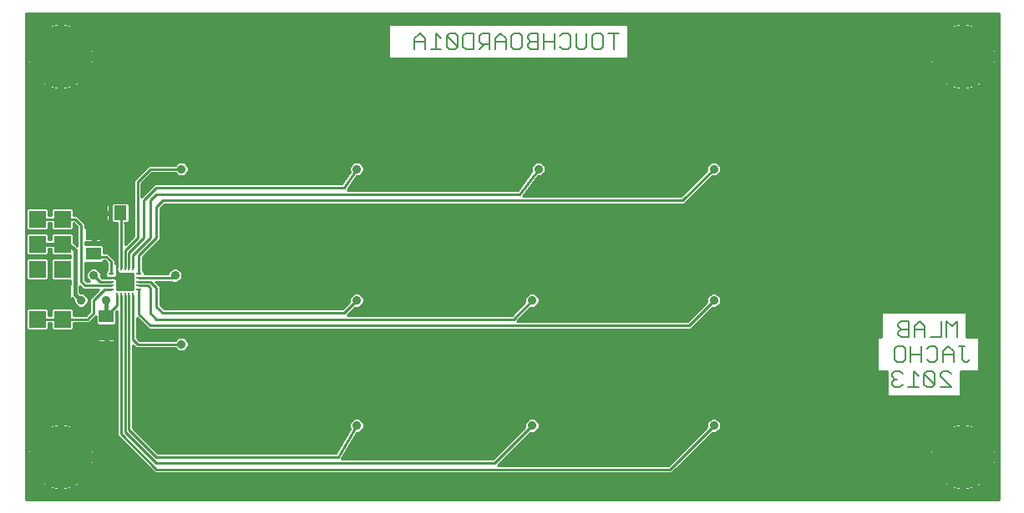
<source format=gbr>
G75*
G70*
%OFA0B0*%
%FSLAX24Y24*%
%IPPOS*%
%LPD*%
%AMOC8*
5,1,8,0,0,1.08239X$1,22.5*
%
%ADD10C,0.0060*%
%ADD11R,0.0079X0.0236*%
%ADD12R,0.0236X0.0079*%
%ADD13R,0.0591X0.0512*%
%ADD14R,0.0512X0.0591*%
%ADD15R,0.0650X0.0650*%
%ADD16C,0.2540*%
%ADD17C,0.0100*%
%ADD18C,0.0357*%
%ADD19C,0.0160*%
D10*
X035009Y005037D02*
X035116Y004930D01*
X035330Y004930D01*
X035436Y005037D01*
X035654Y004930D02*
X036081Y004930D01*
X035867Y004930D02*
X035867Y005571D01*
X036081Y005357D01*
X036298Y005464D02*
X036725Y005037D01*
X036619Y004930D01*
X036405Y004930D01*
X036298Y005037D01*
X036298Y005464D01*
X036405Y005571D01*
X036619Y005571D01*
X036725Y005464D01*
X036725Y005037D01*
X036943Y004930D02*
X037370Y004930D01*
X036943Y005357D01*
X036943Y005464D01*
X037050Y005571D01*
X037263Y005571D01*
X037370Y005464D01*
X037475Y005930D02*
X037475Y006357D01*
X037262Y006571D01*
X037048Y006357D01*
X037048Y005930D01*
X036831Y006037D02*
X036724Y005930D01*
X036511Y005930D01*
X036404Y006037D01*
X036186Y005930D02*
X036186Y006571D01*
X036404Y006464D02*
X036511Y006571D01*
X036724Y006571D01*
X036831Y006464D01*
X036831Y006037D01*
X037048Y006250D02*
X037475Y006250D01*
X037800Y006037D02*
X037800Y006571D01*
X037906Y006571D02*
X037693Y006571D01*
X037620Y006930D02*
X037620Y007571D01*
X037406Y007357D01*
X037193Y007571D01*
X037193Y006930D01*
X036975Y006930D02*
X036548Y006930D01*
X036331Y006930D02*
X036331Y007357D01*
X036117Y007571D01*
X035904Y007357D01*
X035904Y006930D01*
X035686Y006930D02*
X035366Y006930D01*
X035259Y007037D01*
X035259Y007144D01*
X035366Y007250D01*
X035686Y007250D01*
X035904Y007250D02*
X036331Y007250D01*
X035686Y006930D02*
X035686Y007571D01*
X035366Y007571D01*
X035259Y007464D01*
X035259Y007357D01*
X035366Y007250D01*
X035435Y006571D02*
X035222Y006571D01*
X035115Y006464D01*
X035115Y006037D01*
X035222Y005930D01*
X035435Y005930D01*
X035542Y006037D01*
X035542Y006464D01*
X035435Y006571D01*
X035759Y006571D02*
X035759Y005930D01*
X035759Y006250D02*
X036186Y006250D01*
X035436Y005464D02*
X035330Y005571D01*
X035116Y005571D01*
X035009Y005464D01*
X035009Y005357D01*
X035116Y005250D01*
X035009Y005144D01*
X035009Y005037D01*
X035116Y005250D02*
X035223Y005250D01*
X037800Y006037D02*
X037906Y005930D01*
X038013Y005930D01*
X038120Y006037D01*
X036975Y006930D02*
X036975Y007571D01*
X023906Y018430D02*
X023906Y019071D01*
X023693Y019071D02*
X024120Y019071D01*
X023475Y018964D02*
X023475Y018537D01*
X023369Y018430D01*
X023155Y018430D01*
X023048Y018537D01*
X023048Y018964D01*
X023155Y019071D01*
X023369Y019071D01*
X023475Y018964D01*
X022831Y019071D02*
X022831Y018537D01*
X022724Y018430D01*
X022511Y018430D01*
X022404Y018537D01*
X022404Y019071D01*
X022186Y018964D02*
X022186Y018537D01*
X022080Y018430D01*
X021866Y018430D01*
X021759Y018537D01*
X021542Y018430D02*
X021542Y019071D01*
X021759Y018964D02*
X021866Y019071D01*
X022080Y019071D01*
X022186Y018964D01*
X021542Y018750D02*
X021115Y018750D01*
X020897Y018750D02*
X020577Y018750D01*
X020470Y018644D01*
X020470Y018537D01*
X020577Y018430D01*
X020897Y018430D01*
X020897Y019071D01*
X020577Y019071D01*
X020470Y018964D01*
X020470Y018857D01*
X020577Y018750D01*
X020253Y018537D02*
X020146Y018430D01*
X019932Y018430D01*
X019826Y018537D01*
X019826Y018964D01*
X019932Y019071D01*
X020146Y019071D01*
X020253Y018964D01*
X020253Y018537D01*
X019608Y018430D02*
X019608Y018857D01*
X019395Y019071D01*
X019181Y018857D01*
X019181Y018430D01*
X018964Y018430D02*
X018964Y019071D01*
X018643Y019071D01*
X018537Y018964D01*
X018537Y018750D01*
X018643Y018644D01*
X018964Y018644D01*
X018750Y018644D02*
X018537Y018430D01*
X018319Y018430D02*
X017999Y018430D01*
X017892Y018537D01*
X017892Y018964D01*
X017999Y019071D01*
X018319Y019071D01*
X018319Y018430D01*
X017675Y018537D02*
X017568Y018430D01*
X017354Y018430D01*
X017247Y018537D01*
X017247Y018964D01*
X017675Y018537D01*
X017675Y018964D01*
X017568Y019071D01*
X017354Y019071D01*
X017247Y018964D01*
X017030Y018857D02*
X016816Y019071D01*
X016816Y018430D01*
X016603Y018430D02*
X017030Y018430D01*
X016385Y018430D02*
X016385Y018857D01*
X016172Y019071D01*
X015958Y018857D01*
X015958Y018430D01*
X015958Y018750D02*
X016385Y018750D01*
X019181Y018750D02*
X019608Y018750D01*
X021115Y019071D02*
X021115Y018430D01*
D11*
X004715Y009701D03*
X004557Y009701D03*
X004400Y009701D03*
X004243Y009701D03*
X004085Y009701D03*
X004085Y008599D03*
X004243Y008599D03*
X004400Y008599D03*
X004557Y008599D03*
X004715Y008599D03*
D12*
X004951Y008835D03*
X004951Y008993D03*
X004951Y009150D03*
X004951Y009307D03*
X004951Y009465D03*
X003849Y009465D03*
X003849Y009307D03*
X003849Y009150D03*
X003849Y008993D03*
X003849Y008835D03*
D13*
X003650Y007774D03*
X003650Y007026D03*
X003150Y010276D03*
X003150Y011024D03*
D14*
X003476Y011900D03*
X004224Y011900D03*
D15*
X001900Y011650D03*
X000900Y011650D03*
X000900Y010650D03*
X001900Y010650D03*
X001900Y009650D03*
X000900Y009650D03*
X000900Y008650D03*
X001900Y008650D03*
X001900Y007650D03*
X000900Y007650D03*
X000900Y012650D03*
X001900Y012650D03*
D16*
X001835Y018150D03*
X001835Y002150D03*
X037835Y002150D03*
X037835Y018150D03*
D17*
X000439Y019861D02*
X000439Y000439D01*
X039270Y000439D01*
X039270Y019861D01*
X000439Y019861D01*
X000439Y019850D02*
X039270Y019850D01*
X039270Y019752D02*
X000439Y019752D01*
X000439Y019653D02*
X039270Y019653D01*
X039270Y019555D02*
X000439Y019555D01*
X000439Y019456D02*
X001635Y019456D01*
X001641Y019457D02*
X001514Y019432D01*
X001390Y019394D01*
X001270Y019345D01*
X001156Y019284D01*
X001048Y019212D01*
X000948Y019129D01*
X000856Y019038D01*
X000774Y018937D01*
X000701Y018829D01*
X000640Y018715D01*
X000591Y018595D01*
X000553Y018471D01*
X000439Y018471D01*
X000439Y018373D02*
X000533Y018373D01*
X000528Y018344D02*
X000515Y018215D01*
X000515Y018200D01*
X001785Y018200D01*
X001785Y018100D01*
X000515Y018100D01*
X000515Y018085D01*
X000528Y017956D01*
X000553Y017829D01*
X000591Y017705D01*
X000640Y017585D01*
X000701Y017471D01*
X000774Y017363D01*
X000856Y017262D01*
X000948Y017171D01*
X001048Y017088D01*
X001156Y017016D01*
X001270Y016955D01*
X001390Y016906D01*
X001514Y016868D01*
X001641Y016843D01*
X001770Y016830D01*
X001785Y016830D01*
X001785Y018100D01*
X001885Y018100D01*
X001885Y016830D01*
X001900Y016830D01*
X002029Y016843D01*
X002156Y016868D01*
X002280Y016906D01*
X002400Y016955D01*
X002514Y017016D01*
X002622Y017088D01*
X002723Y017171D01*
X002814Y017262D01*
X002897Y017363D01*
X002969Y017471D01*
X003030Y017585D01*
X003079Y017705D01*
X003117Y017829D01*
X003142Y017956D01*
X003155Y018085D01*
X003155Y018100D01*
X001885Y018100D01*
X001885Y018200D01*
X001785Y018200D01*
X001785Y019470D01*
X001770Y019470D01*
X001641Y019457D01*
X001785Y019456D02*
X001885Y019456D01*
X001885Y019470D02*
X001900Y019470D01*
X002029Y019457D01*
X002156Y019432D01*
X002280Y019394D01*
X002400Y019345D01*
X002514Y019284D01*
X002622Y019212D01*
X002723Y019129D01*
X002814Y019038D01*
X002897Y018937D01*
X002969Y018829D01*
X003030Y018715D01*
X003079Y018595D01*
X003117Y018471D01*
X014912Y018471D01*
X014912Y018373D02*
X003137Y018373D01*
X003142Y018344D02*
X003117Y018471D01*
X003087Y018570D02*
X014912Y018570D01*
X014912Y018668D02*
X003049Y018668D01*
X003002Y018767D02*
X014912Y018767D01*
X014912Y018865D02*
X002945Y018865D01*
X002875Y018964D02*
X014912Y018964D01*
X014912Y019062D02*
X002790Y019062D01*
X002684Y019161D02*
X014912Y019161D01*
X014912Y019259D02*
X002551Y019259D01*
X002369Y019358D02*
X014915Y019358D01*
X014915Y019359D02*
X014912Y019342D01*
X014912Y018158D01*
X014915Y018141D01*
X014920Y018124D01*
X014928Y018109D01*
X014939Y018095D01*
X014951Y018083D01*
X014965Y018073D01*
X014980Y018065D01*
X014997Y018059D01*
X015014Y018057D01*
X024392Y018057D01*
X024409Y018059D01*
X024426Y018065D01*
X024441Y018073D01*
X024455Y018083D01*
X024467Y018095D01*
X024477Y018109D01*
X024485Y018124D01*
X024491Y018141D01*
X024493Y018158D01*
X024493Y019342D01*
X024491Y019359D01*
X024485Y019376D01*
X024477Y019391D01*
X024467Y019405D01*
X024455Y019417D01*
X024441Y019427D01*
X024426Y019435D01*
X024409Y019441D01*
X024392Y019443D01*
X015014Y019443D01*
X014997Y019441D01*
X014980Y019435D01*
X014965Y019427D01*
X014951Y019417D01*
X014939Y019405D01*
X014928Y019391D01*
X014920Y019376D01*
X014915Y019359D01*
X014912Y018274D02*
X003149Y018274D01*
X003155Y018215D02*
X003142Y018344D01*
X003155Y018215D02*
X003155Y018200D01*
X001885Y018200D01*
X001885Y019470D01*
X001885Y019358D02*
X001785Y019358D01*
X001785Y019259D02*
X001885Y019259D01*
X001885Y019161D02*
X001785Y019161D01*
X001785Y019062D02*
X001885Y019062D01*
X001885Y018964D02*
X001785Y018964D01*
X001785Y018865D02*
X001885Y018865D01*
X001885Y018767D02*
X001785Y018767D01*
X001785Y018668D02*
X001885Y018668D01*
X001885Y018570D02*
X001785Y018570D01*
X001785Y018471D02*
X001885Y018471D01*
X001885Y018373D02*
X001785Y018373D01*
X001785Y018274D02*
X001885Y018274D01*
X001885Y018176D02*
X014912Y018176D01*
X014959Y018077D02*
X003154Y018077D01*
X003145Y017979D02*
X036526Y017979D01*
X036528Y017956D02*
X036553Y017829D01*
X036591Y017705D01*
X036640Y017585D01*
X036701Y017471D01*
X036774Y017363D01*
X036856Y017262D01*
X036948Y017171D01*
X037048Y017088D01*
X037156Y017016D01*
X037270Y016955D01*
X037390Y016906D01*
X037514Y016868D01*
X037641Y016843D01*
X037770Y016830D01*
X037785Y016830D01*
X037785Y018100D01*
X036515Y018100D01*
X036515Y018085D01*
X036528Y017956D01*
X036543Y017880D02*
X003127Y017880D01*
X003103Y017782D02*
X036567Y017782D01*
X036600Y017683D02*
X003070Y017683D01*
X003030Y017585D02*
X036641Y017585D01*
X036693Y017486D02*
X002977Y017486D01*
X002913Y017388D02*
X036757Y017388D01*
X036834Y017289D02*
X002836Y017289D01*
X002742Y017191D02*
X036928Y017191D01*
X037043Y017092D02*
X002627Y017092D01*
X002472Y016994D02*
X037198Y016994D01*
X037425Y016895D02*
X002245Y016895D01*
X001885Y016895D02*
X001785Y016895D01*
X001785Y016994D02*
X001885Y016994D01*
X001885Y017092D02*
X001785Y017092D01*
X001785Y017191D02*
X001885Y017191D01*
X001885Y017289D02*
X001785Y017289D01*
X001785Y017388D02*
X001885Y017388D01*
X001885Y017486D02*
X001785Y017486D01*
X001785Y017585D02*
X001885Y017585D01*
X001885Y017683D02*
X001785Y017683D01*
X001785Y017782D02*
X001885Y017782D01*
X001885Y017880D02*
X001785Y017880D01*
X001785Y017979D02*
X001885Y017979D01*
X001885Y018077D02*
X001785Y018077D01*
X001785Y018176D02*
X000439Y018176D01*
X000439Y018274D02*
X000521Y018274D01*
X000528Y018344D02*
X000553Y018471D01*
X000583Y018570D02*
X000439Y018570D01*
X000439Y018668D02*
X000621Y018668D01*
X000668Y018767D02*
X000439Y018767D01*
X000439Y018865D02*
X000725Y018865D01*
X000795Y018964D02*
X000439Y018964D01*
X000439Y019062D02*
X000880Y019062D01*
X000986Y019161D02*
X000439Y019161D01*
X000439Y019259D02*
X001119Y019259D01*
X001301Y019358D02*
X000439Y019358D01*
X002035Y019456D02*
X037635Y019456D01*
X037641Y019457D02*
X037514Y019432D01*
X037390Y019394D01*
X037270Y019345D01*
X037156Y019284D01*
X037048Y019212D01*
X036948Y019129D01*
X036856Y019038D01*
X036774Y018937D01*
X036701Y018829D01*
X036640Y018715D01*
X036591Y018595D01*
X036553Y018471D01*
X024493Y018471D01*
X024493Y018373D02*
X036533Y018373D01*
X036528Y018344D02*
X036515Y018215D01*
X036515Y018200D01*
X037785Y018200D01*
X037785Y018100D01*
X037885Y018100D01*
X037885Y016830D01*
X037900Y016830D01*
X038029Y016843D01*
X038156Y016868D01*
X038280Y016906D01*
X038400Y016955D01*
X038514Y017016D01*
X038622Y017088D01*
X038723Y017171D01*
X038814Y017262D01*
X038897Y017363D01*
X038969Y017471D01*
X039030Y017585D01*
X039079Y017705D01*
X039117Y017829D01*
X039142Y017956D01*
X039155Y018085D01*
X039155Y018100D01*
X037885Y018100D01*
X037885Y018200D01*
X037785Y018200D01*
X037785Y019470D01*
X037770Y019470D01*
X037641Y019457D01*
X037785Y019456D02*
X037885Y019456D01*
X037885Y019470D02*
X037900Y019470D01*
X038029Y019457D01*
X038156Y019432D01*
X038280Y019394D01*
X038400Y019345D01*
X038514Y019284D01*
X038622Y019212D01*
X038723Y019129D01*
X038814Y019038D01*
X038897Y018937D01*
X038969Y018829D01*
X039030Y018715D01*
X039079Y018595D01*
X039117Y018471D01*
X039270Y018471D01*
X039270Y018373D02*
X039137Y018373D01*
X039142Y018344D02*
X039117Y018471D01*
X039087Y018570D02*
X039270Y018570D01*
X039270Y018668D02*
X039049Y018668D01*
X039002Y018767D02*
X039270Y018767D01*
X039270Y018865D02*
X038945Y018865D01*
X038875Y018964D02*
X039270Y018964D01*
X039270Y019062D02*
X038790Y019062D01*
X038684Y019161D02*
X039270Y019161D01*
X039270Y019259D02*
X038551Y019259D01*
X038369Y019358D02*
X039270Y019358D01*
X039270Y019456D02*
X038035Y019456D01*
X037885Y019470D02*
X037885Y018200D01*
X039155Y018200D01*
X039155Y018215D01*
X039142Y018344D01*
X039149Y018274D02*
X039270Y018274D01*
X039270Y018176D02*
X037885Y018176D01*
X037885Y018274D02*
X037785Y018274D01*
X037785Y018176D02*
X024493Y018176D01*
X024493Y018274D02*
X036521Y018274D01*
X036528Y018344D02*
X036553Y018471D01*
X036583Y018570D02*
X024493Y018570D01*
X024493Y018668D02*
X036621Y018668D01*
X036668Y018767D02*
X024493Y018767D01*
X024493Y018865D02*
X036725Y018865D01*
X036795Y018964D02*
X024493Y018964D01*
X024493Y019062D02*
X036880Y019062D01*
X036986Y019161D02*
X024493Y019161D01*
X024493Y019259D02*
X037119Y019259D01*
X037301Y019358D02*
X024491Y019358D01*
X024447Y018077D02*
X036516Y018077D01*
X037785Y018077D02*
X037885Y018077D01*
X037885Y017979D02*
X037785Y017979D01*
X037785Y017880D02*
X037885Y017880D01*
X037885Y017782D02*
X037785Y017782D01*
X037785Y017683D02*
X037885Y017683D01*
X037885Y017585D02*
X037785Y017585D01*
X037785Y017486D02*
X037885Y017486D01*
X037885Y017388D02*
X037785Y017388D01*
X037785Y017289D02*
X037885Y017289D01*
X037885Y017191D02*
X037785Y017191D01*
X037785Y017092D02*
X037885Y017092D01*
X037885Y016994D02*
X037785Y016994D01*
X037785Y016895D02*
X037885Y016895D01*
X038245Y016895D02*
X039270Y016895D01*
X039270Y016797D02*
X000439Y016797D01*
X000439Y016895D02*
X001425Y016895D01*
X001198Y016994D02*
X000439Y016994D01*
X000439Y017092D02*
X001043Y017092D01*
X000928Y017191D02*
X000439Y017191D01*
X000439Y017289D02*
X000834Y017289D01*
X000757Y017388D02*
X000439Y017388D01*
X000439Y017486D02*
X000693Y017486D01*
X000641Y017585D02*
X000439Y017585D01*
X000439Y017683D02*
X000600Y017683D01*
X000567Y017782D02*
X000439Y017782D01*
X000439Y017880D02*
X000543Y017880D01*
X000526Y017979D02*
X000439Y017979D01*
X000439Y018077D02*
X000516Y018077D01*
X000439Y016698D02*
X039270Y016698D01*
X039270Y016600D02*
X000439Y016600D01*
X000439Y016501D02*
X039270Y016501D01*
X039270Y016403D02*
X000439Y016403D01*
X000439Y016304D02*
X039270Y016304D01*
X039270Y016206D02*
X000439Y016206D01*
X000439Y016107D02*
X039270Y016107D01*
X039270Y016009D02*
X000439Y016009D01*
X000439Y015910D02*
X039270Y015910D01*
X039270Y015812D02*
X000439Y015812D01*
X000439Y015713D02*
X039270Y015713D01*
X039270Y015615D02*
X000439Y015615D01*
X000439Y015516D02*
X039270Y015516D01*
X039270Y015418D02*
X000439Y015418D01*
X000439Y015319D02*
X039270Y015319D01*
X039270Y015221D02*
X000439Y015221D01*
X000439Y015122D02*
X039270Y015122D01*
X039270Y015024D02*
X000439Y015024D01*
X000439Y014925D02*
X039270Y014925D01*
X039270Y014827D02*
X000439Y014827D01*
X000439Y014728D02*
X039270Y014728D01*
X039270Y014630D02*
X000439Y014630D01*
X000439Y014531D02*
X039270Y014531D01*
X039270Y014433D02*
X000439Y014433D01*
X000439Y014334D02*
X039270Y014334D01*
X039270Y014236D02*
X000439Y014236D01*
X000439Y014137D02*
X039270Y014137D01*
X039270Y014039D02*
X000439Y014039D01*
X000439Y013940D02*
X039270Y013940D01*
X039270Y013842D02*
X028116Y013842D01*
X028145Y013813D02*
X028063Y013895D01*
X027957Y013938D01*
X027843Y013938D01*
X027737Y013895D01*
X027655Y013813D01*
X027612Y013707D01*
X027612Y013593D01*
X027613Y013589D01*
X026584Y012560D01*
X020286Y012560D01*
X020310Y012584D01*
X020310Y012597D01*
X020884Y013362D01*
X020957Y013362D01*
X021063Y013405D01*
X021145Y013487D01*
X021188Y013593D01*
X021188Y013707D01*
X021145Y013813D01*
X021063Y013895D01*
X020957Y013938D01*
X020843Y013938D01*
X020737Y013895D01*
X020655Y013813D01*
X020612Y013707D01*
X020612Y013593D01*
X020628Y013554D01*
X020070Y012810D01*
X013286Y012810D01*
X013310Y012834D01*
X013310Y012852D01*
X013650Y013362D01*
X013707Y013362D01*
X013813Y013405D01*
X013895Y013487D01*
X013938Y013593D01*
X013938Y013707D01*
X013895Y013813D01*
X013813Y013895D01*
X013707Y013938D01*
X013593Y013938D01*
X013487Y013895D01*
X013405Y013813D01*
X013362Y013707D01*
X013362Y013593D01*
X013384Y013539D01*
X013064Y013060D01*
X005584Y013060D01*
X005490Y012966D01*
X005060Y012536D01*
X005060Y013084D01*
X005466Y013490D01*
X006404Y013490D01*
X006405Y013487D01*
X006487Y013405D01*
X006593Y013362D01*
X006707Y013362D01*
X006813Y013405D01*
X006895Y013487D01*
X006938Y013593D01*
X006938Y013707D01*
X006895Y013813D01*
X006813Y013895D01*
X006707Y013938D01*
X006593Y013938D01*
X006487Y013895D01*
X006405Y013813D01*
X006404Y013810D01*
X005334Y013810D01*
X005240Y013716D01*
X004740Y013216D01*
X004740Y010966D01*
X004403Y010629D01*
X004403Y011305D01*
X004405Y011308D01*
X004403Y011371D01*
X004403Y011435D01*
X004400Y011437D01*
X004398Y011495D01*
X004525Y011495D01*
X004590Y011559D01*
X004590Y012241D01*
X004525Y012305D01*
X003923Y012305D01*
X003858Y012241D01*
X003858Y011559D01*
X003923Y011495D01*
X004078Y011495D01*
X004083Y011366D01*
X004083Y009869D01*
X004036Y009869D01*
X004017Y009862D01*
X004009Y009853D01*
X004009Y010017D01*
X003810Y010216D01*
X003716Y010310D01*
X003555Y010310D01*
X003555Y010577D01*
X003491Y010642D01*
X002810Y010642D01*
X002810Y010745D01*
X002812Y010740D01*
X002826Y010726D01*
X002845Y010718D01*
X003100Y010718D01*
X003100Y010974D01*
X003200Y010974D01*
X003200Y010718D01*
X003455Y010718D01*
X003474Y010726D01*
X003488Y010740D01*
X003495Y010758D01*
X003495Y010974D01*
X003200Y010974D01*
X003200Y011074D01*
X003495Y011074D01*
X003495Y011290D01*
X003488Y011308D01*
X003474Y011322D01*
X003455Y011330D01*
X003200Y011330D01*
X003200Y011074D01*
X003100Y011074D01*
X003100Y011330D01*
X002845Y011330D01*
X002826Y011322D01*
X002812Y011308D01*
X002810Y011303D01*
X002810Y011466D01*
X002466Y011810D01*
X002335Y011810D01*
X002335Y012021D01*
X002271Y012085D01*
X001529Y012085D01*
X001465Y012021D01*
X001465Y011810D01*
X001335Y011810D01*
X001335Y012021D01*
X001271Y012085D01*
X000529Y012085D01*
X000465Y012021D01*
X000465Y011279D01*
X000529Y011215D01*
X001271Y011215D01*
X001335Y011279D01*
X001335Y011490D01*
X001465Y011490D01*
X001465Y011279D01*
X001529Y011215D01*
X002271Y011215D01*
X002335Y011279D01*
X002335Y011489D01*
X002490Y011334D01*
X002490Y010579D01*
X002335Y010734D01*
X002335Y011021D01*
X002271Y011085D01*
X001529Y011085D01*
X001465Y011021D01*
X001465Y010840D01*
X001335Y010840D01*
X001335Y011021D01*
X001271Y011085D01*
X000529Y011085D01*
X000465Y011021D01*
X000465Y010279D01*
X000529Y010215D01*
X001271Y010215D01*
X001335Y010279D01*
X001335Y010460D01*
X001465Y010460D01*
X001465Y010279D01*
X001529Y010215D01*
X002210Y010215D01*
X002210Y010085D01*
X001529Y010085D01*
X001465Y010021D01*
X001465Y009279D01*
X001529Y009215D01*
X002210Y009215D01*
X002210Y009025D01*
X001938Y009025D01*
X001938Y008688D01*
X001862Y008688D01*
X001862Y009025D01*
X001565Y009025D01*
X001547Y009017D01*
X001533Y009003D01*
X001525Y008985D01*
X001525Y008688D01*
X001862Y008688D01*
X001862Y008612D01*
X001938Y008612D01*
X001938Y008275D01*
X002235Y008275D01*
X002253Y008283D01*
X002267Y008297D01*
X002275Y008315D01*
X002275Y008506D01*
X002362Y008420D01*
X002362Y008343D01*
X002405Y008237D01*
X002487Y008155D01*
X002593Y008112D01*
X002707Y008112D01*
X002813Y008155D01*
X002895Y008237D01*
X002938Y008343D01*
X002938Y008457D01*
X002895Y008563D01*
X002813Y008645D01*
X002707Y008688D01*
X002630Y008688D01*
X002590Y008729D01*
X002590Y008984D01*
X002741Y008833D01*
X003356Y008833D01*
X002990Y008466D01*
X002990Y007966D01*
X002834Y007810D01*
X002335Y007810D01*
X002335Y008021D01*
X002271Y008085D01*
X001529Y008085D01*
X001465Y008021D01*
X001465Y007810D01*
X001335Y007810D01*
X001335Y008021D01*
X001271Y008085D01*
X000529Y008085D01*
X000465Y008021D01*
X000465Y007279D01*
X000529Y007215D01*
X001271Y007215D01*
X001335Y007279D01*
X001335Y007490D01*
X001465Y007490D01*
X001465Y007279D01*
X001529Y007215D01*
X002271Y007215D01*
X002335Y007279D01*
X002335Y007490D01*
X002966Y007490D01*
X003245Y007768D01*
X003245Y007473D01*
X003309Y007408D01*
X003991Y007408D01*
X004055Y007473D01*
X004055Y007953D01*
X004083Y007980D01*
X004083Y002991D01*
X005584Y001490D01*
X026216Y001490D01*
X027839Y003113D01*
X027843Y003112D01*
X027957Y003112D01*
X028063Y003155D01*
X028145Y003237D01*
X028188Y003343D01*
X028188Y003457D01*
X028145Y003563D01*
X028063Y003645D01*
X027957Y003688D01*
X027843Y003688D01*
X027737Y003645D01*
X027655Y003563D01*
X027612Y003457D01*
X027612Y003343D01*
X027613Y003339D01*
X026084Y001810D01*
X019286Y001810D01*
X020589Y003113D01*
X020593Y003112D01*
X020707Y003112D01*
X020813Y003155D01*
X020895Y003237D01*
X020938Y003343D01*
X020938Y003457D01*
X020895Y003563D01*
X020813Y003645D01*
X020707Y003688D01*
X020593Y003688D01*
X020487Y003645D01*
X020405Y003563D01*
X020362Y003457D01*
X020362Y003343D01*
X020363Y003339D01*
X019084Y002060D01*
X013036Y002060D01*
X013060Y002084D01*
X013060Y002106D01*
X013664Y003112D01*
X013707Y003112D01*
X013813Y003155D01*
X013895Y003237D01*
X013938Y003343D01*
X013938Y003457D01*
X013895Y003563D01*
X013813Y003645D01*
X013707Y003688D01*
X013593Y003688D01*
X013487Y003645D01*
X013405Y003563D01*
X013362Y003457D01*
X013362Y003343D01*
X013389Y003276D01*
X012809Y002310D01*
X005716Y002310D01*
X004717Y003309D01*
X004717Y006606D01*
X004740Y006584D01*
X004834Y006490D01*
X006404Y006490D01*
X006405Y006487D01*
X006487Y006405D01*
X006593Y006362D01*
X006707Y006362D01*
X006813Y006405D01*
X006895Y006487D01*
X006938Y006593D01*
X006938Y006707D01*
X006895Y006813D01*
X006813Y006895D01*
X006707Y006938D01*
X006593Y006938D01*
X006487Y006895D01*
X006405Y006813D01*
X006404Y006810D01*
X004966Y006810D01*
X004875Y006901D01*
X004875Y007699D01*
X005334Y007240D01*
X026966Y007240D01*
X027839Y008113D01*
X027843Y008112D01*
X027957Y008112D01*
X028063Y008155D01*
X028145Y008237D01*
X028188Y008343D01*
X028188Y008457D01*
X028145Y008563D01*
X028063Y008645D01*
X027957Y008688D01*
X027843Y008688D01*
X027737Y008645D01*
X027655Y008563D01*
X027612Y008457D01*
X027612Y008343D01*
X027613Y008339D01*
X026834Y007560D01*
X020036Y007560D01*
X020589Y008113D01*
X020593Y008112D01*
X020707Y008112D01*
X020813Y008155D01*
X020895Y008237D01*
X020938Y008343D01*
X020938Y008457D01*
X020895Y008563D01*
X020813Y008645D01*
X020707Y008688D01*
X020593Y008688D01*
X020487Y008645D01*
X020405Y008563D01*
X020362Y008457D01*
X020362Y008343D01*
X020363Y008339D01*
X019834Y007810D01*
X013286Y007810D01*
X013589Y008113D01*
X013593Y008112D01*
X013707Y008112D01*
X013813Y008155D01*
X013895Y008237D01*
X013938Y008343D01*
X013938Y008457D01*
X013895Y008563D01*
X013813Y008645D01*
X013707Y008688D01*
X013593Y008688D01*
X013487Y008645D01*
X013405Y008563D01*
X013362Y008457D01*
X013362Y008343D01*
X013363Y008339D01*
X013084Y008060D01*
X005966Y008060D01*
X005810Y008216D01*
X005810Y008966D01*
X005716Y009060D01*
X005629Y009147D01*
X006256Y009147D01*
X006343Y009112D01*
X006457Y009112D01*
X006563Y009155D01*
X006645Y009237D01*
X006688Y009343D01*
X006688Y009457D01*
X006645Y009563D01*
X006563Y009645D01*
X006457Y009688D01*
X006343Y009688D01*
X006237Y009645D01*
X006155Y009563D01*
X006116Y009467D01*
X005179Y009467D01*
X005179Y009550D01*
X005115Y009614D01*
X005111Y009614D01*
X005111Y010135D01*
X005716Y010740D01*
X005810Y010834D01*
X005810Y012084D01*
X005966Y012240D01*
X026716Y012240D01*
X027839Y013363D01*
X027843Y013362D01*
X027957Y013362D01*
X028063Y013405D01*
X028145Y013487D01*
X028188Y013593D01*
X028188Y013707D01*
X028145Y013813D01*
X028174Y013743D02*
X039270Y013743D01*
X039270Y013645D02*
X028188Y013645D01*
X028169Y013546D02*
X039270Y013546D01*
X039270Y013448D02*
X028105Y013448D01*
X027900Y013650D02*
X026650Y012400D01*
X005900Y012400D01*
X005650Y012150D01*
X005650Y010900D01*
X004951Y010201D01*
X004951Y009465D01*
X004951Y009307D02*
X006400Y009307D01*
X006400Y009400D01*
X006602Y009606D02*
X039270Y009606D01*
X039270Y009508D02*
X006668Y009508D01*
X006688Y009409D02*
X039270Y009409D01*
X039270Y009311D02*
X006675Y009311D01*
X006620Y009212D02*
X039270Y009212D01*
X039270Y009114D02*
X006462Y009114D01*
X006338Y009114D02*
X005663Y009114D01*
X005761Y009015D02*
X039270Y009015D01*
X039270Y008917D02*
X005810Y008917D01*
X005810Y008818D02*
X039270Y008818D01*
X039270Y008720D02*
X005810Y008720D01*
X005810Y008621D02*
X013463Y008621D01*
X013389Y008523D02*
X005810Y008523D01*
X005810Y008424D02*
X013362Y008424D01*
X013349Y008326D02*
X005810Y008326D01*
X005810Y008227D02*
X013251Y008227D01*
X013152Y008129D02*
X005898Y008129D01*
X005900Y007900D02*
X005650Y008150D01*
X005650Y008900D01*
X005400Y009150D01*
X004951Y009150D01*
X004951Y008993D02*
X005307Y008993D01*
X005400Y008900D01*
X005400Y007900D01*
X005650Y007650D01*
X019900Y007650D01*
X020650Y008400D01*
X020748Y008129D02*
X027402Y008129D01*
X027501Y008227D02*
X020885Y008227D01*
X020931Y008326D02*
X027599Y008326D01*
X027612Y008424D02*
X020938Y008424D01*
X020911Y008523D02*
X027639Y008523D01*
X027713Y008621D02*
X020837Y008621D01*
X020463Y008621D02*
X013837Y008621D01*
X013911Y008523D02*
X020389Y008523D01*
X020362Y008424D02*
X013938Y008424D01*
X013931Y008326D02*
X020349Y008326D01*
X020251Y008227D02*
X013885Y008227D01*
X013748Y008129D02*
X020152Y008129D01*
X020054Y008030D02*
X013506Y008030D01*
X013408Y007932D02*
X019955Y007932D01*
X019857Y007833D02*
X013309Y007833D01*
X013150Y007900D02*
X013650Y008400D01*
X013150Y007900D02*
X005900Y007900D01*
X005400Y007400D02*
X004951Y007849D01*
X004951Y008835D01*
X004723Y008827D02*
X004077Y008827D01*
X004077Y009077D01*
X004077Y009235D01*
X004017Y009295D01*
X004017Y009307D01*
X003918Y009307D01*
X003918Y009307D01*
X004017Y009307D01*
X004017Y009320D01*
X004077Y009380D01*
X004077Y009533D01*
X004085Y009533D01*
X004085Y009632D01*
X004085Y009533D01*
X004098Y009533D01*
X004158Y009473D01*
X004723Y009473D01*
X004723Y008827D01*
X004723Y008917D02*
X004077Y008917D01*
X004077Y009015D02*
X004723Y009015D01*
X004723Y009114D02*
X004077Y009114D01*
X004077Y009212D02*
X004723Y009212D01*
X004723Y009311D02*
X004017Y009311D01*
X003918Y009307D02*
X003918Y009307D01*
X003849Y009307D02*
X003618Y009307D01*
X003525Y009400D01*
X003525Y009775D01*
X003491Y009910D02*
X002810Y009910D01*
X002810Y009216D01*
X002874Y009153D01*
X002994Y009153D01*
X002987Y009155D01*
X002905Y009237D01*
X002862Y009343D01*
X002862Y009457D01*
X002905Y009563D01*
X002987Y009645D01*
X003093Y009688D01*
X003207Y009688D01*
X003313Y009645D01*
X003395Y009563D01*
X003438Y009457D01*
X003438Y009343D01*
X003437Y009339D01*
X003466Y009310D01*
X003681Y009310D01*
X003681Y009320D01*
X003621Y009380D01*
X003621Y009550D01*
X003685Y009614D01*
X003689Y009614D01*
X003689Y009885D01*
X003584Y009990D01*
X003555Y009990D01*
X003555Y009975D01*
X003491Y009910D01*
X003672Y009902D02*
X002810Y009902D01*
X002810Y009803D02*
X003689Y009803D01*
X003689Y009705D02*
X002810Y009705D01*
X002810Y009606D02*
X002948Y009606D01*
X002882Y009508D02*
X002810Y009508D01*
X002810Y009409D02*
X002862Y009409D01*
X002875Y009311D02*
X002810Y009311D01*
X002814Y009212D02*
X002930Y009212D01*
X002807Y008993D02*
X002650Y009150D01*
X002650Y011400D01*
X002400Y011650D01*
X001900Y011650D01*
X000900Y011650D01*
X000465Y011675D02*
X000439Y011675D01*
X000439Y011773D02*
X000465Y011773D01*
X000465Y011872D02*
X000439Y011872D01*
X000439Y011970D02*
X000465Y011970D01*
X000439Y012069D02*
X000513Y012069D01*
X000439Y012167D02*
X003170Y012167D01*
X003170Y012205D02*
X003170Y011950D01*
X003426Y011950D01*
X003426Y012245D01*
X003210Y012245D01*
X003192Y012238D01*
X003178Y012224D01*
X003170Y012205D01*
X003170Y012069D02*
X002287Y012069D01*
X002335Y011970D02*
X003170Y011970D01*
X003170Y011850D02*
X003170Y011595D01*
X003178Y011576D01*
X002700Y011576D01*
X002602Y011675D02*
X003170Y011675D01*
X003170Y011773D02*
X002503Y011773D01*
X002335Y011872D02*
X003426Y011872D01*
X003426Y011850D02*
X003170Y011850D01*
X003426Y011850D02*
X003426Y011950D01*
X003526Y011950D01*
X003782Y011950D01*
X003782Y012205D01*
X003774Y012224D01*
X003760Y012238D01*
X003742Y012245D01*
X003526Y012245D01*
X003526Y011950D01*
X003526Y011850D01*
X003782Y011850D01*
X003782Y011595D01*
X003774Y011576D01*
X003858Y011576D01*
X003774Y011576D02*
X003760Y011562D01*
X003742Y011555D01*
X003526Y011555D01*
X003526Y011850D01*
X003426Y011850D01*
X003426Y011555D01*
X003210Y011555D01*
X003192Y011562D01*
X003178Y011576D01*
X003426Y011576D02*
X003526Y011576D01*
X003526Y011675D02*
X003426Y011675D01*
X003426Y011773D02*
X003526Y011773D01*
X003526Y011872D02*
X003858Y011872D01*
X003858Y011970D02*
X003782Y011970D01*
X003782Y012069D02*
X003858Y012069D01*
X003858Y012167D02*
X003782Y012167D01*
X003883Y012266D02*
X000439Y012266D01*
X000439Y012364D02*
X000525Y012364D01*
X000525Y012315D02*
X000533Y012297D01*
X000547Y012283D01*
X000565Y012275D01*
X000862Y012275D01*
X000862Y012612D01*
X000938Y012612D01*
X000938Y012688D01*
X000862Y012688D01*
X000862Y013025D01*
X000565Y013025D01*
X000547Y013017D01*
X000533Y013003D01*
X000525Y012985D01*
X000525Y012688D01*
X000862Y012688D01*
X000862Y012612D01*
X000525Y012612D01*
X000525Y012315D01*
X000525Y012463D02*
X000439Y012463D01*
X000439Y012561D02*
X000525Y012561D01*
X000439Y012660D02*
X000862Y012660D01*
X000938Y012660D02*
X001862Y012660D01*
X001862Y012688D02*
X001862Y012612D01*
X001938Y012612D01*
X001938Y012688D01*
X001862Y012688D01*
X001862Y013025D01*
X001565Y013025D01*
X001547Y013017D01*
X001533Y013003D01*
X001525Y012985D01*
X001525Y012688D01*
X001862Y012688D01*
X001862Y012758D02*
X001938Y012758D01*
X001938Y012688D02*
X001938Y013025D01*
X002235Y013025D01*
X002253Y013017D01*
X002267Y013003D01*
X002275Y012985D01*
X002275Y012688D01*
X001938Y012688D01*
X001938Y012660D02*
X004740Y012660D01*
X004740Y012758D02*
X002275Y012758D01*
X002275Y012857D02*
X004740Y012857D01*
X004740Y012955D02*
X002275Y012955D01*
X001938Y012955D02*
X001862Y012955D01*
X001862Y012857D02*
X001938Y012857D01*
X001938Y012612D02*
X002275Y012612D01*
X002275Y012315D01*
X002267Y012297D01*
X002253Y012283D01*
X002235Y012275D01*
X001938Y012275D01*
X001938Y012612D01*
X001938Y012561D02*
X001862Y012561D01*
X001862Y012612D02*
X001862Y012275D01*
X001565Y012275D01*
X001547Y012283D01*
X001533Y012297D01*
X001525Y012315D01*
X001525Y012612D01*
X001862Y012612D01*
X001862Y012463D02*
X001938Y012463D01*
X001938Y012364D02*
X001862Y012364D01*
X001525Y012364D02*
X001275Y012364D01*
X001275Y012315D02*
X001275Y012612D01*
X000938Y012612D01*
X000938Y012275D01*
X001235Y012275D01*
X001253Y012283D01*
X001267Y012297D01*
X001275Y012315D01*
X001275Y012463D02*
X001525Y012463D01*
X001525Y012561D02*
X001275Y012561D01*
X001275Y012688D02*
X000938Y012688D01*
X000938Y013025D01*
X001235Y013025D01*
X001253Y013017D01*
X001267Y013003D01*
X001275Y012985D01*
X001275Y012688D01*
X001275Y012758D02*
X001525Y012758D01*
X001525Y012857D02*
X001275Y012857D01*
X001275Y012955D02*
X001525Y012955D01*
X000938Y012955D02*
X000862Y012955D01*
X000862Y012857D02*
X000938Y012857D01*
X000938Y012758D02*
X000862Y012758D01*
X000862Y012561D02*
X000938Y012561D01*
X000938Y012463D02*
X000862Y012463D01*
X000862Y012364D02*
X000938Y012364D01*
X001287Y012069D02*
X001513Y012069D01*
X001465Y011970D02*
X001335Y011970D01*
X001335Y011872D02*
X001465Y011872D01*
X001465Y011478D02*
X001335Y011478D01*
X001335Y011379D02*
X001465Y011379D01*
X001465Y011281D02*
X001335Y011281D01*
X001272Y011084D02*
X001528Y011084D01*
X001465Y010985D02*
X001335Y010985D01*
X001335Y010887D02*
X001465Y010887D01*
X001465Y010394D02*
X001335Y010394D01*
X001335Y010296D02*
X001465Y010296D01*
X001271Y010085D02*
X000529Y010085D01*
X000465Y010021D01*
X000465Y009279D01*
X000529Y009215D01*
X001271Y009215D01*
X001335Y009279D01*
X001335Y010021D01*
X001271Y010085D01*
X001335Y010000D02*
X001465Y010000D01*
X001465Y009902D02*
X001335Y009902D01*
X001335Y009803D02*
X001465Y009803D01*
X001465Y009705D02*
X001335Y009705D01*
X001335Y009606D02*
X001465Y009606D01*
X001465Y009508D02*
X001335Y009508D01*
X001335Y009409D02*
X001465Y009409D01*
X001465Y009311D02*
X001335Y009311D01*
X001235Y009025D02*
X000938Y009025D01*
X000938Y008688D01*
X000862Y008688D01*
X000862Y009025D01*
X000565Y009025D01*
X000547Y009017D01*
X000533Y009003D01*
X000525Y008985D01*
X000525Y008688D01*
X000862Y008688D01*
X000862Y008612D01*
X000938Y008612D01*
X000938Y008688D01*
X001275Y008688D01*
X001275Y008985D01*
X001267Y009003D01*
X001253Y009017D01*
X001235Y009025D01*
X001256Y009015D02*
X001544Y009015D01*
X001525Y008917D02*
X001275Y008917D01*
X001275Y008818D02*
X001525Y008818D01*
X001525Y008720D02*
X001275Y008720D01*
X001275Y008612D02*
X001275Y008315D01*
X001267Y008297D01*
X001253Y008283D01*
X001235Y008275D01*
X000938Y008275D01*
X000938Y008612D01*
X001275Y008612D01*
X001275Y008523D02*
X001525Y008523D01*
X001525Y008612D02*
X001525Y008315D01*
X001533Y008297D01*
X001547Y008283D01*
X001565Y008275D01*
X001862Y008275D01*
X001862Y008612D01*
X001525Y008612D01*
X001525Y008424D02*
X001275Y008424D01*
X001275Y008326D02*
X001525Y008326D01*
X001862Y008326D02*
X001938Y008326D01*
X001938Y008424D02*
X001862Y008424D01*
X001862Y008523D02*
X001938Y008523D01*
X001862Y008621D02*
X000938Y008621D01*
X000862Y008621D02*
X000439Y008621D01*
X000525Y008612D02*
X000525Y008315D01*
X000533Y008297D01*
X000547Y008283D01*
X000565Y008275D01*
X000862Y008275D01*
X000862Y008612D01*
X000525Y008612D01*
X000525Y008523D02*
X000439Y008523D01*
X000439Y008424D02*
X000525Y008424D01*
X000525Y008326D02*
X000439Y008326D01*
X000439Y008227D02*
X002415Y008227D01*
X002369Y008326D02*
X002275Y008326D01*
X002275Y008424D02*
X002357Y008424D01*
X002552Y008129D02*
X000439Y008129D01*
X000439Y008030D02*
X000474Y008030D01*
X000465Y007932D02*
X000439Y007932D01*
X000439Y007833D02*
X000465Y007833D01*
X000465Y007735D02*
X000439Y007735D01*
X000439Y007636D02*
X000465Y007636D01*
X000465Y007538D02*
X000439Y007538D01*
X000439Y007439D02*
X000465Y007439D01*
X000465Y007341D02*
X000439Y007341D01*
X000439Y007242D02*
X000502Y007242D01*
X000439Y007144D02*
X003305Y007144D01*
X003305Y007076D02*
X003305Y007292D01*
X003312Y007310D01*
X003326Y007324D01*
X003345Y007332D01*
X003600Y007332D01*
X003600Y007076D01*
X003700Y007076D01*
X003700Y007332D01*
X003955Y007332D01*
X003974Y007324D01*
X003988Y007310D01*
X003995Y007292D01*
X003995Y007076D01*
X003700Y007076D01*
X003700Y006976D01*
X003995Y006976D01*
X003995Y006760D01*
X003988Y006742D01*
X003974Y006728D01*
X003955Y006720D01*
X003700Y006720D01*
X003700Y006976D01*
X003600Y006976D01*
X003305Y006976D01*
X003305Y006760D01*
X003312Y006742D01*
X003326Y006728D01*
X003345Y006720D01*
X003600Y006720D01*
X003600Y006976D01*
X003600Y007076D01*
X003305Y007076D01*
X003305Y006947D02*
X000439Y006947D01*
X000439Y007045D02*
X003600Y007045D01*
X003600Y006947D02*
X003700Y006947D01*
X003700Y007045D02*
X004083Y007045D01*
X004083Y006947D02*
X003995Y006947D01*
X003995Y006848D02*
X004083Y006848D01*
X004083Y006750D02*
X003991Y006750D01*
X004083Y006651D02*
X000439Y006651D01*
X000439Y006553D02*
X004083Y006553D01*
X004083Y006454D02*
X000439Y006454D01*
X000439Y006356D02*
X004083Y006356D01*
X004083Y006257D02*
X000439Y006257D01*
X000439Y006159D02*
X004083Y006159D01*
X004083Y006060D02*
X000439Y006060D01*
X000439Y005962D02*
X004083Y005962D01*
X004083Y005863D02*
X000439Y005863D01*
X000439Y005765D02*
X004083Y005765D01*
X004083Y005666D02*
X000439Y005666D01*
X000439Y005568D02*
X004083Y005568D01*
X004083Y005469D02*
X000439Y005469D01*
X000439Y005371D02*
X004083Y005371D01*
X004083Y005272D02*
X000439Y005272D01*
X000439Y005174D02*
X004083Y005174D01*
X004083Y005075D02*
X000439Y005075D01*
X000439Y004977D02*
X004083Y004977D01*
X004083Y004878D02*
X000439Y004878D01*
X000439Y004780D02*
X004083Y004780D01*
X004083Y004681D02*
X000439Y004681D01*
X000439Y004583D02*
X004083Y004583D01*
X004083Y004484D02*
X000439Y004484D01*
X000439Y004386D02*
X004083Y004386D01*
X004083Y004287D02*
X000439Y004287D01*
X000439Y004189D02*
X004083Y004189D01*
X004083Y004090D02*
X000439Y004090D01*
X000439Y003992D02*
X004083Y003992D01*
X004083Y003893D02*
X000439Y003893D01*
X000439Y003795D02*
X004083Y003795D01*
X004083Y003696D02*
X000439Y003696D01*
X000439Y003598D02*
X004083Y003598D01*
X004083Y003499D02*
X000439Y003499D01*
X000439Y003401D02*
X001410Y003401D01*
X001390Y003394D02*
X001270Y003345D01*
X001156Y003284D01*
X001048Y003212D01*
X000948Y003129D01*
X000856Y003038D01*
X000774Y002937D01*
X000701Y002829D01*
X000640Y002715D01*
X000591Y002595D01*
X000553Y002471D01*
X000528Y002344D01*
X000515Y002215D01*
X000515Y002200D01*
X001785Y002200D01*
X001785Y002100D01*
X000515Y002100D01*
X000515Y002085D01*
X000528Y001956D01*
X000553Y001829D01*
X000591Y001705D01*
X000640Y001585D01*
X000701Y001471D01*
X000774Y001363D01*
X000856Y001262D01*
X000948Y001171D01*
X001048Y001088D01*
X001156Y001016D01*
X001270Y000955D01*
X001390Y000906D01*
X001514Y000868D01*
X001641Y000843D01*
X001770Y000830D01*
X001785Y000830D01*
X001785Y002100D01*
X001885Y002100D01*
X001885Y000830D01*
X001900Y000830D01*
X002029Y000843D01*
X002156Y000868D01*
X002280Y000906D01*
X002400Y000955D01*
X002514Y001016D01*
X002622Y001088D01*
X002723Y001171D01*
X002814Y001262D01*
X002897Y001363D01*
X002969Y001471D01*
X003030Y001585D01*
X003079Y001705D01*
X003117Y001829D01*
X003142Y001956D01*
X003155Y002085D01*
X003155Y002100D01*
X001885Y002100D01*
X001885Y002200D01*
X001785Y002200D01*
X001785Y003470D01*
X001770Y003470D01*
X001641Y003457D01*
X001514Y003432D01*
X001390Y003394D01*
X001190Y003302D02*
X000439Y003302D01*
X000439Y003204D02*
X001038Y003204D01*
X000923Y003105D02*
X000439Y003105D01*
X000439Y003007D02*
X000830Y003007D01*
X000754Y002908D02*
X000439Y002908D01*
X000439Y002810D02*
X000691Y002810D01*
X000639Y002711D02*
X000439Y002711D01*
X000439Y002613D02*
X000598Y002613D01*
X000566Y002514D02*
X000439Y002514D01*
X000439Y002416D02*
X000542Y002416D01*
X000525Y002317D02*
X000439Y002317D01*
X000439Y002219D02*
X000515Y002219D01*
X000439Y002120D02*
X001785Y002120D01*
X001785Y002022D02*
X001885Y002022D01*
X001885Y002120D02*
X004954Y002120D01*
X005052Y002022D02*
X003149Y002022D01*
X003136Y001923D02*
X005151Y001923D01*
X005249Y001825D02*
X003116Y001825D01*
X003086Y001726D02*
X005348Y001726D01*
X005446Y001628D02*
X003047Y001628D01*
X003000Y001529D02*
X005545Y001529D01*
X005650Y001650D02*
X004243Y003057D01*
X004243Y008599D01*
X004400Y008599D02*
X004400Y003150D01*
X005650Y001900D01*
X019150Y001900D01*
X020650Y003400D01*
X020938Y003401D02*
X027612Y003401D01*
X027629Y003499D02*
X020921Y003499D01*
X020860Y003598D02*
X027690Y003598D01*
X027900Y003400D02*
X026150Y001650D01*
X005650Y001650D01*
X005650Y002150D02*
X004557Y003243D01*
X004557Y008599D01*
X004715Y008599D02*
X004715Y006835D01*
X004900Y006650D01*
X006650Y006650D01*
X006938Y006651D02*
X034409Y006651D01*
X034409Y006553D02*
X006922Y006553D01*
X006862Y006454D02*
X034409Y006454D01*
X034409Y006356D02*
X004717Y006356D01*
X004717Y006454D02*
X006438Y006454D01*
X006440Y006848D02*
X004928Y006848D01*
X004875Y006947D02*
X034580Y006947D01*
X034580Y006943D02*
X034510Y006943D01*
X034493Y006941D01*
X034476Y006935D01*
X034461Y006927D01*
X034447Y006917D01*
X034435Y006905D01*
X034424Y006891D01*
X034417Y006876D01*
X034411Y006859D01*
X034409Y006842D01*
X034409Y005658D01*
X034411Y005641D01*
X034417Y005624D01*
X034424Y005609D01*
X034435Y005595D01*
X034447Y005583D01*
X034461Y005573D01*
X034476Y005565D01*
X034493Y005559D01*
X034510Y005557D01*
X034822Y005557D01*
X034822Y004658D01*
X034824Y004641D01*
X034830Y004624D01*
X034838Y004609D01*
X034848Y004595D01*
X034860Y004583D01*
X034874Y004573D01*
X034889Y004565D01*
X034906Y004559D01*
X034923Y004557D01*
X037642Y004557D01*
X037659Y004559D01*
X037676Y004565D01*
X037691Y004573D01*
X037705Y004583D01*
X037717Y004595D01*
X037727Y004609D01*
X037735Y004624D01*
X037741Y004641D01*
X037743Y004658D01*
X037743Y005557D01*
X038392Y005557D01*
X038409Y005559D01*
X038426Y005565D01*
X038441Y005573D01*
X038455Y005583D01*
X038467Y005595D01*
X038477Y005609D01*
X038485Y005624D01*
X038491Y005641D01*
X038493Y005658D01*
X038493Y006842D01*
X038491Y006859D01*
X038485Y006876D01*
X038477Y006891D01*
X038467Y006905D01*
X038455Y006917D01*
X038441Y006927D01*
X038426Y006935D01*
X038409Y006941D01*
X038392Y006943D01*
X037993Y006943D01*
X037993Y007842D01*
X037991Y007859D01*
X037985Y007876D01*
X037977Y007891D01*
X037967Y007905D01*
X037955Y007917D01*
X037941Y007927D01*
X037926Y007935D01*
X037909Y007941D01*
X037892Y007943D01*
X034681Y007943D01*
X034664Y007941D01*
X034647Y007935D01*
X034632Y007927D01*
X034618Y007917D01*
X034606Y007905D01*
X034596Y007891D01*
X034588Y007876D01*
X034582Y007859D01*
X034580Y007842D01*
X034580Y006943D01*
X034580Y007045D02*
X004875Y007045D01*
X004875Y007144D02*
X034580Y007144D01*
X034580Y007242D02*
X026968Y007242D01*
X027067Y007341D02*
X034580Y007341D01*
X034580Y007439D02*
X027165Y007439D01*
X027264Y007538D02*
X034580Y007538D01*
X034580Y007636D02*
X027362Y007636D01*
X027461Y007735D02*
X034580Y007735D01*
X034580Y007833D02*
X027559Y007833D01*
X027658Y007932D02*
X034640Y007932D01*
X034409Y006848D02*
X006860Y006848D01*
X006921Y006750D02*
X034409Y006750D01*
X034409Y006257D02*
X004717Y006257D01*
X004717Y006159D02*
X034409Y006159D01*
X034409Y006060D02*
X004717Y006060D01*
X004717Y005962D02*
X034409Y005962D01*
X034409Y005863D02*
X004717Y005863D01*
X004717Y005765D02*
X034409Y005765D01*
X034409Y005666D02*
X004717Y005666D01*
X004717Y005568D02*
X034471Y005568D01*
X034822Y005469D02*
X004717Y005469D01*
X004717Y005371D02*
X034822Y005371D01*
X034822Y005272D02*
X004717Y005272D01*
X004717Y005174D02*
X034822Y005174D01*
X034822Y005075D02*
X004717Y005075D01*
X004717Y004977D02*
X034822Y004977D01*
X034822Y004878D02*
X004717Y004878D01*
X004717Y004780D02*
X034822Y004780D01*
X034822Y004681D02*
X004717Y004681D01*
X004717Y004583D02*
X034860Y004583D01*
X037048Y003212D02*
X037156Y003284D01*
X037270Y003345D01*
X037390Y003394D01*
X037514Y003432D01*
X037641Y003457D01*
X037770Y003470D01*
X037785Y003470D01*
X037785Y002200D01*
X037785Y002100D01*
X036515Y002100D01*
X036515Y002085D01*
X036528Y001956D01*
X036553Y001829D01*
X036591Y001705D01*
X036640Y001585D01*
X036701Y001471D01*
X036774Y001363D01*
X036856Y001262D01*
X036948Y001171D01*
X037048Y001088D01*
X037156Y001016D01*
X037270Y000955D01*
X037390Y000906D01*
X037514Y000868D01*
X037641Y000843D01*
X037770Y000830D01*
X037785Y000830D01*
X037785Y002100D01*
X037885Y002100D01*
X037885Y000830D01*
X037900Y000830D01*
X038029Y000843D01*
X038156Y000868D01*
X038280Y000906D01*
X038400Y000955D01*
X038514Y001016D01*
X038622Y001088D01*
X038723Y001171D01*
X038814Y001262D01*
X038897Y001363D01*
X038969Y001471D01*
X039030Y001585D01*
X039079Y001705D01*
X039117Y001829D01*
X039142Y001956D01*
X039155Y002085D01*
X039155Y002100D01*
X037885Y002100D01*
X037885Y002200D01*
X037785Y002200D01*
X036515Y002200D01*
X036515Y002215D01*
X036528Y002344D01*
X036553Y002471D01*
X036591Y002595D01*
X036640Y002715D01*
X036701Y002829D01*
X036774Y002937D01*
X036856Y003038D01*
X036948Y003129D01*
X037048Y003212D01*
X037038Y003204D02*
X028111Y003204D01*
X028172Y003302D02*
X037190Y003302D01*
X037410Y003401D02*
X028188Y003401D01*
X028171Y003499D02*
X039270Y003499D01*
X039270Y003401D02*
X038260Y003401D01*
X038280Y003394D02*
X038156Y003432D01*
X038029Y003457D01*
X037900Y003470D01*
X037885Y003470D01*
X037885Y002200D01*
X039155Y002200D01*
X039155Y002215D01*
X039142Y002344D01*
X039117Y002471D01*
X039079Y002595D01*
X039030Y002715D01*
X038969Y002829D01*
X038897Y002937D01*
X038814Y003038D01*
X038723Y003129D01*
X038622Y003212D01*
X038514Y003284D01*
X038400Y003345D01*
X038280Y003394D01*
X038480Y003302D02*
X039270Y003302D01*
X039270Y003204D02*
X038632Y003204D01*
X038747Y003105D02*
X039270Y003105D01*
X039270Y003007D02*
X038840Y003007D01*
X038916Y002908D02*
X039270Y002908D01*
X039270Y002810D02*
X038979Y002810D01*
X039031Y002711D02*
X039270Y002711D01*
X039270Y002613D02*
X039072Y002613D01*
X039104Y002514D02*
X039270Y002514D01*
X039270Y002416D02*
X039128Y002416D01*
X039145Y002317D02*
X039270Y002317D01*
X039270Y002219D02*
X039155Y002219D01*
X039270Y002120D02*
X037885Y002120D01*
X037885Y002022D02*
X037785Y002022D01*
X037785Y002120D02*
X026846Y002120D01*
X026748Y002022D02*
X036521Y002022D01*
X036534Y001923D02*
X026649Y001923D01*
X026551Y001825D02*
X036554Y001825D01*
X036584Y001726D02*
X026452Y001726D01*
X026354Y001628D02*
X036623Y001628D01*
X036670Y001529D02*
X026255Y001529D01*
X026098Y001825D02*
X019301Y001825D01*
X019399Y001923D02*
X026197Y001923D01*
X026295Y002022D02*
X019498Y002022D01*
X019596Y002120D02*
X026394Y002120D01*
X026492Y002219D02*
X019695Y002219D01*
X019793Y002317D02*
X026591Y002317D01*
X026689Y002416D02*
X019892Y002416D01*
X019990Y002514D02*
X026788Y002514D01*
X026886Y002613D02*
X020089Y002613D01*
X020187Y002711D02*
X026985Y002711D01*
X027083Y002810D02*
X020286Y002810D01*
X020384Y002908D02*
X027182Y002908D01*
X027280Y003007D02*
X020483Y003007D01*
X020581Y003105D02*
X027379Y003105D01*
X027477Y003204D02*
X020861Y003204D01*
X020922Y003302D02*
X027576Y003302D01*
X027831Y003105D02*
X036923Y003105D01*
X036830Y003007D02*
X027733Y003007D01*
X027634Y002908D02*
X036754Y002908D01*
X036691Y002810D02*
X027536Y002810D01*
X027437Y002711D02*
X036639Y002711D01*
X036598Y002613D02*
X027339Y002613D01*
X027240Y002514D02*
X036566Y002514D01*
X036542Y002416D02*
X027142Y002416D01*
X027043Y002317D02*
X036525Y002317D01*
X036515Y002219D02*
X026945Y002219D01*
X028110Y003598D02*
X039270Y003598D01*
X039270Y003696D02*
X004717Y003696D01*
X004717Y003598D02*
X013440Y003598D01*
X013379Y003499D02*
X004717Y003499D01*
X004717Y003401D02*
X013362Y003401D01*
X013378Y003302D02*
X004724Y003302D01*
X004823Y003204D02*
X013346Y003204D01*
X013286Y003105D02*
X004921Y003105D01*
X005020Y003007D02*
X013227Y003007D01*
X013168Y002908D02*
X005118Y002908D01*
X005217Y002810D02*
X013109Y002810D01*
X013050Y002711D02*
X005315Y002711D01*
X005414Y002613D02*
X012991Y002613D01*
X012932Y002514D02*
X005512Y002514D01*
X005611Y002416D02*
X012873Y002416D01*
X012814Y002317D02*
X005709Y002317D01*
X005650Y002150D02*
X012900Y002150D01*
X013650Y003400D01*
X013938Y003401D02*
X020362Y003401D01*
X020379Y003499D02*
X013921Y003499D01*
X013860Y003598D02*
X020440Y003598D01*
X020326Y003302D02*
X013922Y003302D01*
X013861Y003204D02*
X020227Y003204D01*
X020129Y003105D02*
X013660Y003105D01*
X013600Y003007D02*
X020030Y003007D01*
X019932Y002908D02*
X013541Y002908D01*
X013482Y002810D02*
X019833Y002810D01*
X019735Y002711D02*
X013423Y002711D01*
X013364Y002613D02*
X019636Y002613D01*
X019538Y002514D02*
X013305Y002514D01*
X013246Y002416D02*
X019439Y002416D01*
X019341Y002317D02*
X013187Y002317D01*
X013128Y002219D02*
X019242Y002219D01*
X019144Y002120D02*
X013069Y002120D01*
X004855Y002219D02*
X003155Y002219D01*
X003155Y002215D02*
X003142Y002344D01*
X003117Y002471D01*
X003079Y002595D01*
X003030Y002715D01*
X002969Y002829D01*
X002897Y002937D01*
X002814Y003038D01*
X002723Y003129D01*
X002622Y003212D01*
X002514Y003284D01*
X002400Y003345D01*
X002280Y003394D01*
X002156Y003432D01*
X002029Y003457D01*
X001900Y003470D01*
X001885Y003470D01*
X001885Y002200D01*
X003155Y002200D01*
X003155Y002215D01*
X003145Y002317D02*
X004757Y002317D01*
X004658Y002416D02*
X003128Y002416D01*
X003104Y002514D02*
X004560Y002514D01*
X004461Y002613D02*
X003072Y002613D01*
X003031Y002711D02*
X004363Y002711D01*
X004264Y002810D02*
X002979Y002810D01*
X002916Y002908D02*
X004166Y002908D01*
X004083Y003007D02*
X002840Y003007D01*
X002747Y003105D02*
X004083Y003105D01*
X004083Y003204D02*
X002632Y003204D01*
X002480Y003302D02*
X004083Y003302D01*
X004083Y003401D02*
X002260Y003401D01*
X001885Y003401D02*
X001785Y003401D01*
X001785Y003302D02*
X001885Y003302D01*
X001885Y003204D02*
X001785Y003204D01*
X001785Y003105D02*
X001885Y003105D01*
X001885Y003007D02*
X001785Y003007D01*
X001785Y002908D02*
X001885Y002908D01*
X001885Y002810D02*
X001785Y002810D01*
X001785Y002711D02*
X001885Y002711D01*
X001885Y002613D02*
X001785Y002613D01*
X001785Y002514D02*
X001885Y002514D01*
X001885Y002416D02*
X001785Y002416D01*
X001785Y002317D02*
X001885Y002317D01*
X001885Y002219D02*
X001785Y002219D01*
X001785Y001923D02*
X001885Y001923D01*
X001885Y001825D02*
X001785Y001825D01*
X001785Y001726D02*
X001885Y001726D01*
X001885Y001628D02*
X001785Y001628D01*
X001785Y001529D02*
X001885Y001529D01*
X001885Y001431D02*
X001785Y001431D01*
X001785Y001332D02*
X001885Y001332D01*
X001885Y001234D02*
X001785Y001234D01*
X001785Y001135D02*
X001885Y001135D01*
X001885Y001037D02*
X001785Y001037D01*
X001785Y000938D02*
X001885Y000938D01*
X001885Y000840D02*
X001785Y000840D01*
X001674Y000840D02*
X000439Y000840D01*
X000439Y000938D02*
X001312Y000938D01*
X001126Y001037D02*
X000439Y001037D01*
X000439Y001135D02*
X000991Y001135D01*
X000885Y001234D02*
X000439Y001234D01*
X000439Y001332D02*
X000799Y001332D01*
X000728Y001431D02*
X000439Y001431D01*
X000439Y001529D02*
X000670Y001529D01*
X000623Y001628D02*
X000439Y001628D01*
X000439Y001726D02*
X000584Y001726D01*
X000554Y001825D02*
X000439Y001825D01*
X000439Y001923D02*
X000534Y001923D01*
X000521Y002022D02*
X000439Y002022D01*
X001996Y000840D02*
X037674Y000840D01*
X037785Y000840D02*
X037885Y000840D01*
X037885Y000938D02*
X037785Y000938D01*
X037785Y001037D02*
X037885Y001037D01*
X037885Y001135D02*
X037785Y001135D01*
X037785Y001234D02*
X037885Y001234D01*
X037885Y001332D02*
X037785Y001332D01*
X037785Y001431D02*
X037885Y001431D01*
X037885Y001529D02*
X037785Y001529D01*
X037785Y001628D02*
X037885Y001628D01*
X037885Y001726D02*
X037785Y001726D01*
X037785Y001825D02*
X037885Y001825D01*
X037885Y001923D02*
X037785Y001923D01*
X037785Y002219D02*
X037885Y002219D01*
X037885Y002317D02*
X037785Y002317D01*
X037785Y002416D02*
X037885Y002416D01*
X037885Y002514D02*
X037785Y002514D01*
X037785Y002613D02*
X037885Y002613D01*
X037885Y002711D02*
X037785Y002711D01*
X037785Y002810D02*
X037885Y002810D01*
X037885Y002908D02*
X037785Y002908D01*
X037785Y003007D02*
X037885Y003007D01*
X037885Y003105D02*
X037785Y003105D01*
X037785Y003204D02*
X037885Y003204D01*
X037885Y003302D02*
X037785Y003302D01*
X037785Y003401D02*
X037885Y003401D01*
X039270Y003795D02*
X004717Y003795D01*
X004717Y003893D02*
X039270Y003893D01*
X039270Y003992D02*
X004717Y003992D01*
X004717Y004090D02*
X039270Y004090D01*
X039270Y004189D02*
X004717Y004189D01*
X004717Y004287D02*
X039270Y004287D01*
X039270Y004386D02*
X004717Y004386D01*
X004717Y004484D02*
X039270Y004484D01*
X039270Y004583D02*
X037705Y004583D01*
X037743Y004681D02*
X039270Y004681D01*
X039270Y004780D02*
X037743Y004780D01*
X037743Y004878D02*
X039270Y004878D01*
X039270Y004977D02*
X037743Y004977D01*
X037743Y005075D02*
X039270Y005075D01*
X039270Y005174D02*
X037743Y005174D01*
X037743Y005272D02*
X039270Y005272D01*
X039270Y005371D02*
X037743Y005371D01*
X037743Y005469D02*
X039270Y005469D01*
X039270Y005568D02*
X038431Y005568D01*
X038493Y005666D02*
X039270Y005666D01*
X039270Y005765D02*
X038493Y005765D01*
X038493Y005863D02*
X039270Y005863D01*
X039270Y005962D02*
X038493Y005962D01*
X038493Y006060D02*
X039270Y006060D01*
X039270Y006159D02*
X038493Y006159D01*
X038493Y006257D02*
X039270Y006257D01*
X039270Y006356D02*
X038493Y006356D01*
X038493Y006454D02*
X039270Y006454D01*
X039270Y006553D02*
X038493Y006553D01*
X038493Y006651D02*
X039270Y006651D01*
X039270Y006750D02*
X038493Y006750D01*
X038492Y006848D02*
X039270Y006848D01*
X039270Y006947D02*
X037993Y006947D01*
X037993Y007045D02*
X039270Y007045D01*
X039270Y007144D02*
X037993Y007144D01*
X037993Y007242D02*
X039270Y007242D01*
X039270Y007341D02*
X037993Y007341D01*
X037993Y007439D02*
X039270Y007439D01*
X039270Y007538D02*
X037993Y007538D01*
X037993Y007636D02*
X039270Y007636D01*
X039270Y007735D02*
X037993Y007735D01*
X037993Y007833D02*
X039270Y007833D01*
X039270Y007932D02*
X037933Y007932D01*
X039270Y008030D02*
X027756Y008030D01*
X027998Y008129D02*
X039270Y008129D01*
X039270Y008227D02*
X028135Y008227D01*
X028181Y008326D02*
X039270Y008326D01*
X039270Y008424D02*
X028188Y008424D01*
X028161Y008523D02*
X039270Y008523D01*
X039270Y008621D02*
X028087Y008621D01*
X027900Y008400D02*
X026900Y007400D01*
X005400Y007400D01*
X005332Y007242D02*
X004875Y007242D01*
X004875Y007341D02*
X005233Y007341D01*
X005135Y007439D02*
X004875Y007439D01*
X004875Y007538D02*
X005036Y007538D01*
X004938Y007636D02*
X004875Y007636D01*
X004083Y007636D02*
X004055Y007636D01*
X004055Y007538D02*
X004083Y007538D01*
X004083Y007439D02*
X004022Y007439D01*
X004083Y007341D02*
X002335Y007341D01*
X002335Y007439D02*
X003278Y007439D01*
X003245Y007538D02*
X003014Y007538D01*
X003112Y007636D02*
X003245Y007636D01*
X003245Y007735D02*
X003211Y007735D01*
X003150Y007900D02*
X002900Y007650D01*
X001900Y007650D01*
X000900Y007650D01*
X001335Y007833D02*
X001465Y007833D01*
X001465Y007932D02*
X001335Y007932D01*
X001326Y008030D02*
X001474Y008030D01*
X000938Y008326D02*
X000862Y008326D01*
X000862Y008424D02*
X000938Y008424D01*
X000938Y008523D02*
X000862Y008523D01*
X000862Y008720D02*
X000938Y008720D01*
X000938Y008818D02*
X000862Y008818D01*
X000862Y008917D02*
X000938Y008917D01*
X000938Y009015D02*
X000862Y009015D01*
X000544Y009015D02*
X000439Y009015D01*
X000439Y008917D02*
X000525Y008917D01*
X000525Y008818D02*
X000439Y008818D01*
X000439Y008720D02*
X000525Y008720D01*
X000439Y009114D02*
X002210Y009114D01*
X002210Y009212D02*
X000439Y009212D01*
X000439Y009311D02*
X000465Y009311D01*
X000465Y009409D02*
X000439Y009409D01*
X000439Y009508D02*
X000465Y009508D01*
X000465Y009606D02*
X000439Y009606D01*
X000439Y009705D02*
X000465Y009705D01*
X000465Y009803D02*
X000439Y009803D01*
X000439Y009902D02*
X000465Y009902D01*
X000465Y010000D02*
X000439Y010000D01*
X000439Y010099D02*
X002210Y010099D01*
X002210Y010197D02*
X000439Y010197D01*
X000439Y010296D02*
X000465Y010296D01*
X000465Y010394D02*
X000439Y010394D01*
X000439Y010493D02*
X000465Y010493D01*
X000465Y010591D02*
X000439Y010591D01*
X000439Y010690D02*
X000465Y010690D01*
X000465Y010788D02*
X000439Y010788D01*
X000439Y010887D02*
X000465Y010887D01*
X000465Y010985D02*
X000439Y010985D01*
X000439Y011084D02*
X000528Y011084D01*
X000439Y011182D02*
X002490Y011182D01*
X002490Y011084D02*
X002272Y011084D01*
X002335Y010985D02*
X002490Y010985D01*
X002490Y010887D02*
X002335Y010887D01*
X002335Y010788D02*
X002490Y010788D01*
X002490Y010690D02*
X002379Y010690D01*
X002478Y010591D02*
X002490Y010591D01*
X002810Y010690D02*
X004083Y010690D01*
X004083Y010788D02*
X003495Y010788D01*
X003495Y010887D02*
X004083Y010887D01*
X004083Y010985D02*
X003200Y010985D01*
X003200Y010887D02*
X003100Y010887D01*
X003100Y010788D02*
X003200Y010788D01*
X003200Y011084D02*
X003100Y011084D01*
X003100Y011182D02*
X003200Y011182D01*
X003200Y011281D02*
X003100Y011281D01*
X002810Y011379D02*
X004082Y011379D01*
X004083Y011281D02*
X003495Y011281D01*
X003495Y011182D02*
X004083Y011182D01*
X004083Y011084D02*
X003495Y011084D01*
X003542Y010591D02*
X004083Y010591D01*
X004083Y010493D02*
X003555Y010493D01*
X003555Y010394D02*
X004083Y010394D01*
X004083Y010296D02*
X003731Y010296D01*
X003829Y010197D02*
X004083Y010197D01*
X004085Y010215D02*
X003900Y010400D01*
X004085Y010215D02*
X004085Y009701D01*
X004085Y009632D02*
X004085Y009632D01*
X004085Y009606D02*
X004085Y009606D01*
X004077Y009508D02*
X004123Y009508D01*
X004077Y009409D02*
X004723Y009409D01*
X004715Y009701D02*
X004715Y010215D01*
X005400Y010900D01*
X005400Y012400D01*
X005650Y012650D01*
X020150Y012650D01*
X020900Y013650D01*
X021105Y013448D02*
X027471Y013448D01*
X027570Y013546D02*
X021169Y013546D01*
X021188Y013645D02*
X027612Y013645D01*
X027626Y013743D02*
X021174Y013743D01*
X021116Y013842D02*
X027684Y013842D01*
X027825Y013349D02*
X039270Y013349D01*
X039270Y013251D02*
X027727Y013251D01*
X027628Y013152D02*
X039270Y013152D01*
X039270Y013054D02*
X027530Y013054D01*
X027431Y012955D02*
X039270Y012955D01*
X039270Y012857D02*
X027333Y012857D01*
X027234Y012758D02*
X039270Y012758D01*
X039270Y012660D02*
X027136Y012660D01*
X027037Y012561D02*
X039270Y012561D01*
X039270Y012463D02*
X026939Y012463D01*
X026840Y012364D02*
X039270Y012364D01*
X039270Y012266D02*
X026742Y012266D01*
X026585Y012561D02*
X020287Y012561D01*
X020357Y012660D02*
X026683Y012660D01*
X026782Y012758D02*
X020431Y012758D01*
X020505Y012857D02*
X026880Y012857D01*
X026979Y012955D02*
X020579Y012955D01*
X020653Y013054D02*
X027077Y013054D01*
X027176Y013152D02*
X020727Y013152D01*
X020800Y013251D02*
X027274Y013251D01*
X027373Y013349D02*
X020874Y013349D01*
X020622Y013546D02*
X013919Y013546D01*
X013938Y013645D02*
X020612Y013645D01*
X020626Y013743D02*
X013924Y013743D01*
X013866Y013842D02*
X020684Y013842D01*
X020548Y013448D02*
X013855Y013448D01*
X013642Y013349D02*
X020474Y013349D01*
X020400Y013251D02*
X013576Y013251D01*
X013510Y013152D02*
X020327Y013152D01*
X020253Y013054D02*
X013445Y013054D01*
X013379Y012955D02*
X020179Y012955D01*
X020105Y012857D02*
X013313Y012857D01*
X013150Y012900D02*
X013650Y013650D01*
X013362Y013645D02*
X006938Y013645D01*
X006924Y013743D02*
X013376Y013743D01*
X013434Y013842D02*
X006866Y013842D01*
X006650Y013650D02*
X005400Y013650D01*
X004900Y013150D01*
X004900Y010900D01*
X004400Y010400D01*
X004400Y009701D01*
X004557Y009701D02*
X004557Y010307D01*
X005150Y010900D01*
X005150Y012400D01*
X005650Y012900D01*
X013150Y012900D01*
X013126Y013152D02*
X005128Y013152D01*
X005060Y013054D02*
X005577Y013054D01*
X005479Y012955D02*
X005060Y012955D01*
X005060Y012857D02*
X005380Y012857D01*
X005282Y012758D02*
X005060Y012758D01*
X005060Y012660D02*
X005183Y012660D01*
X005085Y012561D02*
X005060Y012561D01*
X004740Y012561D02*
X002275Y012561D01*
X002275Y012463D02*
X004740Y012463D01*
X004740Y012364D02*
X002275Y012364D01*
X003426Y012167D02*
X003526Y012167D01*
X003526Y012069D02*
X003426Y012069D01*
X003426Y011970D02*
X003526Y011970D01*
X003782Y011773D02*
X003858Y011773D01*
X003858Y011675D02*
X003782Y011675D01*
X004079Y011478D02*
X002799Y011478D01*
X002490Y011281D02*
X002335Y011281D01*
X002335Y011379D02*
X002445Y011379D01*
X002346Y011478D02*
X002335Y011478D01*
X000465Y011478D02*
X000439Y011478D01*
X000439Y011576D02*
X000465Y011576D01*
X000465Y011379D02*
X000439Y011379D01*
X000439Y011281D02*
X000465Y011281D01*
X003150Y010276D02*
X003274Y010150D01*
X003650Y010150D01*
X003849Y009951D01*
X003849Y009465D01*
X003677Y009606D02*
X003352Y009606D01*
X003418Y009508D02*
X003621Y009508D01*
X003621Y009409D02*
X003438Y009409D01*
X003466Y009311D02*
X003681Y009311D01*
X003849Y009150D02*
X003400Y009150D01*
X003150Y009400D01*
X002807Y008993D02*
X003849Y008993D01*
X003849Y008835D02*
X003585Y008835D01*
X003150Y008400D01*
X003150Y007900D01*
X002955Y007932D02*
X002335Y007932D01*
X002326Y008030D02*
X002990Y008030D01*
X002990Y008129D02*
X002748Y008129D01*
X002885Y008227D02*
X002990Y008227D01*
X002990Y008326D02*
X002931Y008326D01*
X002938Y008424D02*
X002990Y008424D01*
X003046Y008523D02*
X002911Y008523D01*
X002837Y008621D02*
X003145Y008621D01*
X003243Y008720D02*
X002599Y008720D01*
X002590Y008818D02*
X003342Y008818D01*
X002657Y008917D02*
X002590Y008917D01*
X001938Y008917D02*
X001862Y008917D01*
X001862Y009015D02*
X001938Y009015D01*
X001938Y008818D02*
X001862Y008818D01*
X001862Y008720D02*
X001938Y008720D01*
X002335Y007833D02*
X002857Y007833D01*
X003650Y007774D02*
X004085Y008209D01*
X004085Y008599D01*
X004055Y007932D02*
X004083Y007932D01*
X004083Y007833D02*
X004055Y007833D01*
X004055Y007735D02*
X004083Y007735D01*
X004083Y007242D02*
X003995Y007242D01*
X003995Y007144D02*
X004083Y007144D01*
X003700Y007144D02*
X003600Y007144D01*
X003600Y007242D02*
X003700Y007242D01*
X003305Y007242D02*
X002298Y007242D01*
X001502Y007242D02*
X001298Y007242D01*
X001335Y007341D02*
X001465Y007341D01*
X001465Y007439D02*
X001335Y007439D01*
X000439Y006848D02*
X003305Y006848D01*
X003309Y006750D02*
X000439Y006750D01*
X003600Y006750D02*
X003700Y006750D01*
X003700Y006848D02*
X003600Y006848D01*
X004717Y006553D02*
X004771Y006553D01*
X005179Y009508D02*
X006132Y009508D01*
X006198Y009606D02*
X005123Y009606D01*
X005111Y009705D02*
X039270Y009705D01*
X039270Y009803D02*
X005111Y009803D01*
X005111Y009902D02*
X039270Y009902D01*
X039270Y010000D02*
X005111Y010000D01*
X005111Y010099D02*
X039270Y010099D01*
X039270Y010197D02*
X005173Y010197D01*
X005272Y010296D02*
X039270Y010296D01*
X039270Y010394D02*
X005370Y010394D01*
X005469Y010493D02*
X039270Y010493D01*
X039270Y010591D02*
X005567Y010591D01*
X005666Y010690D02*
X039270Y010690D01*
X039270Y010788D02*
X005764Y010788D01*
X005810Y010887D02*
X039270Y010887D01*
X039270Y010985D02*
X005810Y010985D01*
X005810Y011084D02*
X039270Y011084D01*
X039270Y011182D02*
X005810Y011182D01*
X005810Y011281D02*
X039270Y011281D01*
X039270Y011379D02*
X005810Y011379D01*
X005810Y011478D02*
X039270Y011478D01*
X039270Y011576D02*
X005810Y011576D01*
X005810Y011675D02*
X039270Y011675D01*
X039270Y011773D02*
X005810Y011773D01*
X005810Y011872D02*
X039270Y011872D01*
X039270Y011970D02*
X005810Y011970D01*
X005810Y012069D02*
X039270Y012069D01*
X039270Y012167D02*
X005893Y012167D01*
X004740Y012167D02*
X004590Y012167D01*
X004590Y012069D02*
X004740Y012069D01*
X004740Y011970D02*
X004590Y011970D01*
X004590Y011872D02*
X004740Y011872D01*
X004740Y011773D02*
X004590Y011773D01*
X004590Y011675D02*
X004740Y011675D01*
X004740Y011576D02*
X004590Y011576D01*
X004740Y011478D02*
X004399Y011478D01*
X004403Y011379D02*
X004740Y011379D01*
X004740Y011281D02*
X004403Y011281D01*
X004403Y011182D02*
X004740Y011182D01*
X004740Y011084D02*
X004403Y011084D01*
X004403Y010985D02*
X004740Y010985D01*
X004660Y010887D02*
X004403Y010887D01*
X004403Y010788D02*
X004562Y010788D01*
X004463Y010690D02*
X004403Y010690D01*
X004083Y010099D02*
X003928Y010099D01*
X004009Y010000D02*
X004083Y010000D01*
X004083Y009902D02*
X004009Y009902D01*
X004243Y009701D02*
X004243Y011369D01*
X004224Y011900D01*
X004565Y012266D02*
X004740Y012266D01*
X004740Y013054D02*
X000439Y013054D01*
X000439Y013152D02*
X004740Y013152D01*
X004774Y013251D02*
X000439Y013251D01*
X000439Y013349D02*
X004873Y013349D01*
X004971Y013448D02*
X000439Y013448D01*
X000439Y013546D02*
X005070Y013546D01*
X005168Y013645D02*
X000439Y013645D01*
X000439Y013743D02*
X005267Y013743D01*
X005424Y013448D02*
X006445Y013448D01*
X006855Y013448D02*
X013323Y013448D01*
X013381Y013546D02*
X006919Y013546D01*
X006434Y013842D02*
X000439Y013842D01*
X000439Y012955D02*
X000525Y012955D01*
X000525Y012857D02*
X000439Y012857D01*
X000439Y012758D02*
X000525Y012758D01*
X005227Y013251D02*
X013191Y013251D01*
X013257Y013349D02*
X005325Y013349D01*
X020112Y007636D02*
X026910Y007636D01*
X027008Y007735D02*
X020211Y007735D01*
X020309Y007833D02*
X027107Y007833D01*
X027205Y007932D02*
X020408Y007932D01*
X020506Y008030D02*
X027304Y008030D01*
X039149Y002022D02*
X039270Y002022D01*
X039270Y001923D02*
X039136Y001923D01*
X039116Y001825D02*
X039270Y001825D01*
X039270Y001726D02*
X039086Y001726D01*
X039047Y001628D02*
X039270Y001628D01*
X039270Y001529D02*
X039000Y001529D01*
X038942Y001431D02*
X039270Y001431D01*
X039270Y001332D02*
X038871Y001332D01*
X038785Y001234D02*
X039270Y001234D01*
X039270Y001135D02*
X038679Y001135D01*
X038545Y001037D02*
X039270Y001037D01*
X039270Y000938D02*
X038358Y000938D01*
X037996Y000840D02*
X039270Y000840D01*
X039270Y000741D02*
X000439Y000741D01*
X000439Y000643D02*
X039270Y000643D01*
X039270Y000544D02*
X000439Y000544D01*
X000439Y000446D02*
X039270Y000446D01*
X037312Y000938D02*
X002358Y000938D01*
X002545Y001037D02*
X037126Y001037D01*
X036991Y001135D02*
X002679Y001135D01*
X002785Y001234D02*
X036885Y001234D01*
X036799Y001332D02*
X002871Y001332D01*
X002942Y001431D02*
X036728Y001431D01*
X038472Y016994D02*
X039270Y016994D01*
X039270Y017092D02*
X038627Y017092D01*
X038742Y017191D02*
X039270Y017191D01*
X039270Y017289D02*
X038836Y017289D01*
X038913Y017388D02*
X039270Y017388D01*
X039270Y017486D02*
X038977Y017486D01*
X039030Y017585D02*
X039270Y017585D01*
X039270Y017683D02*
X039070Y017683D01*
X039103Y017782D02*
X039270Y017782D01*
X039270Y017880D02*
X039127Y017880D01*
X039145Y017979D02*
X039270Y017979D01*
X039270Y018077D02*
X039154Y018077D01*
X037885Y018373D02*
X037785Y018373D01*
X037785Y018471D02*
X037885Y018471D01*
X037885Y018570D02*
X037785Y018570D01*
X037785Y018668D02*
X037885Y018668D01*
X037885Y018767D02*
X037785Y018767D01*
X037785Y018865D02*
X037885Y018865D01*
X037885Y018964D02*
X037785Y018964D01*
X037785Y019062D02*
X037885Y019062D01*
X037885Y019161D02*
X037785Y019161D01*
X037785Y019259D02*
X037885Y019259D01*
X037885Y019358D02*
X037785Y019358D01*
D18*
X027900Y013650D03*
X020900Y013650D03*
X013650Y013650D03*
X006650Y013650D03*
X003775Y013650D03*
X003275Y013650D03*
X002775Y013650D03*
X002275Y013650D03*
X003525Y009775D03*
X003150Y009400D03*
X002650Y008400D03*
X003650Y008400D03*
X006400Y009400D03*
X006650Y006650D03*
X003650Y006400D03*
X003150Y006400D03*
X002650Y006400D03*
X002150Y006400D03*
X013650Y008400D03*
X020650Y008400D03*
X027900Y008400D03*
X027900Y003400D03*
X020650Y003400D03*
X013650Y003400D03*
D19*
X003650Y007774D02*
X003650Y008400D01*
X002650Y008400D02*
X002400Y008650D01*
X002400Y010400D01*
X002150Y010650D01*
X001900Y010650D01*
X000900Y010650D01*
X003150Y011024D02*
X003150Y011400D01*
X003150Y012150D01*
X002650Y012650D01*
X001900Y012650D01*
X000900Y012650D01*
X003150Y011400D02*
X003476Y011900D01*
X003150Y011024D02*
X003276Y010900D01*
X003400Y010900D01*
X003900Y010400D01*
M02*

</source>
